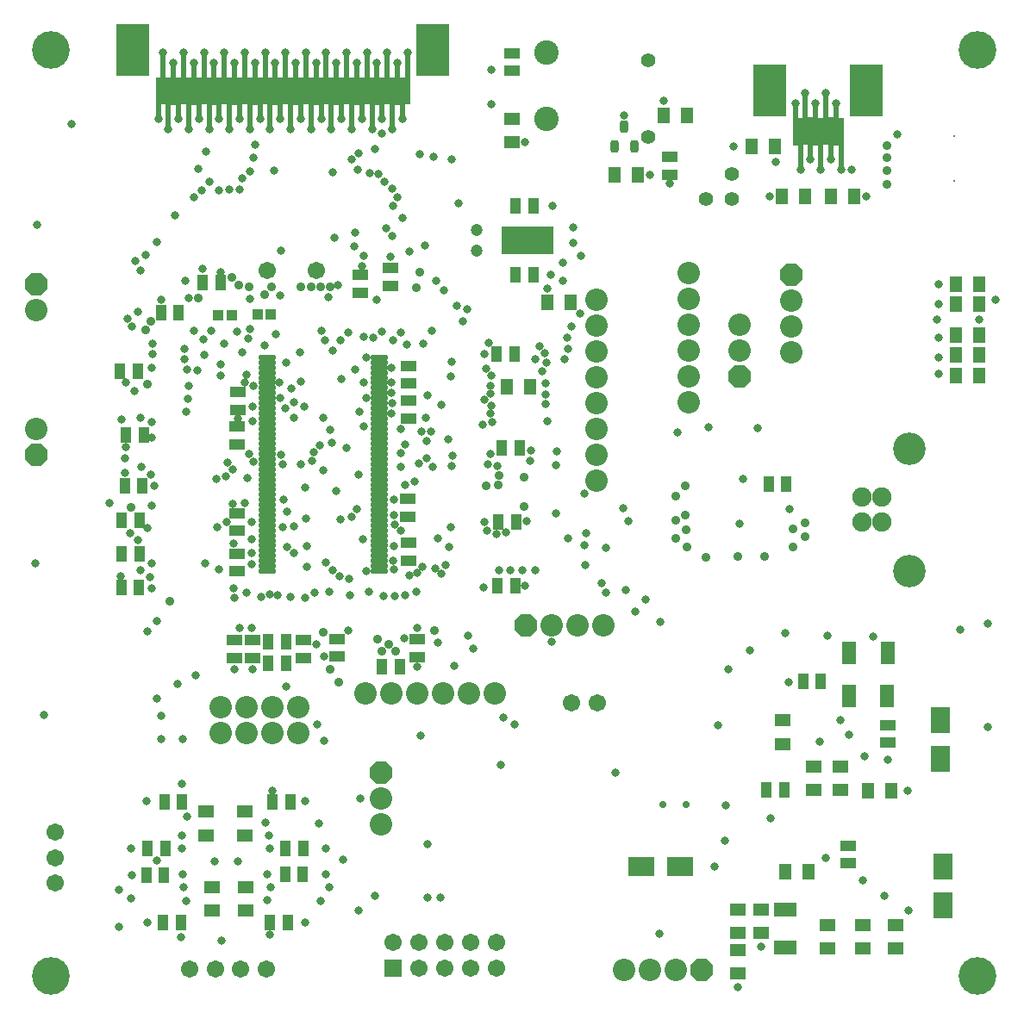
<source format=gbs>
G04 Layer_Color=16711935*
%FSLAX43Y43*%
%MOMM*%
G71*
G01*
G75*
%ADD74R,1.203X1.503*%
%ADD83R,0.503X5.203*%
%ADD84R,3.203X5.203*%
%ADD85R,0.503X4.203*%
%ADD91R,1.953X2.603*%
%ADD92R,1.053X1.603*%
%ADD93R,1.603X1.053*%
%ADD94R,1.503X1.203*%
G04:AMPARAMS|DCode=98|XSize=0.853mm|YSize=1.203mm|CornerRadius=0.264mm|HoleSize=0mm|Usage=FLASHONLY|Rotation=0.000|XOffset=0mm|YOffset=0mm|HoleType=Round|Shape=RoundedRectangle|*
%AMROUNDEDRECTD98*
21,1,0.853,0.675,0,0,0.0*
21,1,0.325,1.203,0,0,0.0*
1,1,0.528,0.163,-0.338*
1,1,0.528,-0.163,-0.338*
1,1,0.528,-0.163,0.338*
1,1,0.528,0.163,0.338*
%
%ADD98ROUNDEDRECTD98*%
%ADD101C,1.703*%
%ADD102C,0.903*%
%ADD103C,2.203*%
%ADD104C,1.403*%
%ADD105R,1.703X1.703*%
%ADD106P,2.385X8X112.5*%
%ADD107C,2.403*%
%ADD108P,2.385X8X22.5*%
%ADD109C,1.903*%
%ADD110C,3.203*%
%ADD111C,0.303*%
%ADD112C,1.203*%
%ADD113C,0.803*%
%ADD114C,3.703*%
%ADD115C,0.703*%
%ADD116R,2.203X1.453*%
%ADD117O,1.803X0.503*%
%ADD118R,1.453X2.203*%
%ADD119R,2.603X1.953*%
%ADD120R,5.203X2.703*%
%ADD121R,1.003X1.103*%
D74*
X115200Y164550D02*
D03*
X117500D02*
D03*
X99750Y137925D02*
D03*
X102050D02*
D03*
X133875Y156600D02*
D03*
X131575D02*
D03*
X126800D02*
D03*
X129100D02*
D03*
X143850Y143000D02*
D03*
X146150D02*
D03*
X143850Y139000D02*
D03*
X146150D02*
D03*
X143850Y141000D02*
D03*
X146150D02*
D03*
Y148000D02*
D03*
X143850D02*
D03*
Y146000D02*
D03*
X146150D02*
D03*
X129400Y90250D02*
D03*
X127100D02*
D03*
X137525Y98225D02*
D03*
X135225D02*
D03*
X112675Y158725D02*
D03*
X110375Y158725D02*
D03*
X103725Y146225D02*
D03*
X106025D02*
D03*
X126125Y161550D02*
D03*
X123825D02*
D03*
D83*
X132600Y161750D02*
D03*
X131100Y164250D02*
D03*
X130600Y161750D02*
D03*
X129100Y164250D02*
D03*
X128600Y161750D02*
D03*
X70025Y168225D02*
D03*
X74025D02*
D03*
X72525Y165725D02*
D03*
X70525D02*
D03*
X68525D02*
D03*
X68025Y168225D02*
D03*
X66525Y165725D02*
D03*
X66025Y168225D02*
D03*
X72025D02*
D03*
X76025D02*
D03*
X76525Y165725D02*
D03*
X74525D02*
D03*
X78025Y168225D02*
D03*
X78525Y165725D02*
D03*
X80525D02*
D03*
X80025Y168225D02*
D03*
X82025D02*
D03*
X82525Y165725D02*
D03*
X84025Y168225D02*
D03*
X84525Y165725D02*
D03*
X86025Y168225D02*
D03*
X86525Y165725D02*
D03*
X88025Y168225D02*
D03*
X88525Y165725D02*
D03*
X90025Y168225D02*
D03*
D84*
X125600Y167000D02*
D03*
X135100D02*
D03*
X92525Y170975D02*
D03*
X63025D02*
D03*
D85*
X128100Y163750D02*
D03*
X132100D02*
D03*
X131600Y162250D02*
D03*
X130100Y163750D02*
D03*
X129600Y162250D02*
D03*
X89525Y166225D02*
D03*
X89025Y167725D02*
D03*
X87525Y166225D02*
D03*
X87025Y167725D02*
D03*
X85525Y166225D02*
D03*
X85025Y167725D02*
D03*
X83525Y166225D02*
D03*
X83025Y167725D02*
D03*
X81025D02*
D03*
X81525Y166225D02*
D03*
X79525D02*
D03*
X77525D02*
D03*
X79025Y167725D02*
D03*
X77025D02*
D03*
X75025D02*
D03*
X75525Y166225D02*
D03*
X73525D02*
D03*
X73025Y167725D02*
D03*
X71525Y166225D02*
D03*
X71025Y167725D02*
D03*
X69025D02*
D03*
X69525Y166225D02*
D03*
X65525D02*
D03*
X67025Y167725D02*
D03*
X67525Y166225D02*
D03*
D91*
X142600Y90725D02*
D03*
Y86925D02*
D03*
X142400Y105100D02*
D03*
Y101300D02*
D03*
D92*
X67875Y97100D02*
D03*
X66125D02*
D03*
X63675Y124825D02*
D03*
X61925D02*
D03*
X87500Y110425D02*
D03*
X89250D02*
D03*
X127225Y128325D02*
D03*
X125475D02*
D03*
X69875Y148175D02*
D03*
X71625D02*
D03*
X65800Y145225D02*
D03*
X67550D02*
D03*
X61750Y139400D02*
D03*
X63500Y139400D02*
D03*
X62350Y133150D02*
D03*
X64100D02*
D03*
X61925Y121475D02*
D03*
X63675D02*
D03*
X63650Y118150D02*
D03*
X61900D02*
D03*
X100575Y118375D02*
D03*
X98825D02*
D03*
X100700Y124625D02*
D03*
X98950D02*
D03*
X101025Y131925D02*
D03*
X99275D02*
D03*
X100525Y141150D02*
D03*
X98775D02*
D03*
X100625Y148900D02*
D03*
X102375D02*
D03*
X100625Y155700D02*
D03*
X102375D02*
D03*
X128875Y108975D02*
D03*
X130625D02*
D03*
X125275Y98250D02*
D03*
X127025D02*
D03*
X78225Y85250D02*
D03*
X76475D02*
D03*
X77975Y90025D02*
D03*
X79725D02*
D03*
X78000Y92550D02*
D03*
X79750D02*
D03*
X62225Y128150D02*
D03*
X63975Y128150D02*
D03*
X78100Y110700D02*
D03*
X76350D02*
D03*
X78100Y112847D02*
D03*
X76350D02*
D03*
X64475Y92550D02*
D03*
X66225D02*
D03*
X64350Y89928D02*
D03*
X66100D02*
D03*
X67750Y85250D02*
D03*
X66000D02*
D03*
X76750Y97125D02*
D03*
X78500D02*
D03*
D93*
X73297Y125493D02*
D03*
Y123743D02*
D03*
X90072Y125143D02*
D03*
X90072Y126893D02*
D03*
X73300Y132250D02*
D03*
X73300Y134000D02*
D03*
X73322Y137393D02*
D03*
X73322Y135643D02*
D03*
X73297Y119768D02*
D03*
X73297Y121518D02*
D03*
X90131Y139968D02*
D03*
X90131Y138218D02*
D03*
X90119Y136525D02*
D03*
X90119Y134775D02*
D03*
X90122Y122593D02*
D03*
X90122Y120843D02*
D03*
X88350Y147825D02*
D03*
Y149575D02*
D03*
X85400Y148875D02*
D03*
X85400Y147125D02*
D03*
X73000Y113025D02*
D03*
Y111275D02*
D03*
X74825D02*
D03*
Y113025D02*
D03*
X79750Y111275D02*
D03*
Y113025D02*
D03*
X83100Y111375D02*
D03*
Y113125D02*
D03*
X137225Y104650D02*
D03*
Y102900D02*
D03*
X133300Y91050D02*
D03*
Y92800D02*
D03*
X100275Y168950D02*
D03*
X100275Y170700D02*
D03*
X115750Y160475D02*
D03*
Y158725D02*
D03*
X91000Y113100D02*
D03*
Y111350D02*
D03*
D94*
X131275Y82725D02*
D03*
Y85025D02*
D03*
X132575Y98250D02*
D03*
Y100550D02*
D03*
X126900Y102800D02*
D03*
Y105100D02*
D03*
X100275Y161975D02*
D03*
Y164275D02*
D03*
X134725Y82700D02*
D03*
Y85000D02*
D03*
X129900Y98250D02*
D03*
Y100550D02*
D03*
X137975Y84975D02*
D03*
Y82675D02*
D03*
X70850Y88750D02*
D03*
Y86450D02*
D03*
X74100D02*
D03*
Y88750D02*
D03*
X74025Y93825D02*
D03*
Y96125D02*
D03*
X70225D02*
D03*
Y93825D02*
D03*
X122425Y84225D02*
D03*
Y86525D02*
D03*
X124748Y84250D02*
D03*
Y86550D02*
D03*
X122450Y82550D02*
D03*
Y80250D02*
D03*
D98*
X111325Y163500D02*
D03*
X110375Y161500D02*
D03*
X112275D02*
D03*
D101*
X76200Y149300D02*
D03*
X81080D02*
D03*
X108650Y106875D02*
D03*
X106150D02*
D03*
X88570Y83270D02*
D03*
X91110Y80730D02*
D03*
Y83270D02*
D03*
X93650Y80730D02*
D03*
Y83270D02*
D03*
X96190Y80730D02*
D03*
X96190Y83270D02*
D03*
X98730Y80730D02*
D03*
X98730Y83270D02*
D03*
X76150Y80650D02*
D03*
X73650D02*
D03*
X71150D02*
D03*
X68650D02*
D03*
X55425Y89100D02*
D03*
Y91600D02*
D03*
Y94100D02*
D03*
D102*
X69500Y146600D02*
D03*
X76675Y147750D02*
D03*
X64775Y144325D02*
D03*
X64300Y143500D02*
D03*
X117450Y122200D02*
D03*
X116375Y123000D02*
D03*
X127850Y122200D02*
D03*
X129025Y123200D02*
D03*
X127875Y123900D02*
D03*
X117350Y123875D02*
D03*
X116350Y124750D02*
D03*
X117300Y125275D02*
D03*
X64450Y138200D02*
D03*
X62875Y126075D02*
D03*
X99050Y129225D02*
D03*
X97775Y128175D02*
D03*
X129050Y124550D02*
D03*
X117275Y128200D02*
D03*
X116375Y127150D02*
D03*
X82450Y147725D02*
D03*
X81492D02*
D03*
X80533D02*
D03*
X79575D02*
D03*
X74425D02*
D03*
X73425Y147925D02*
D03*
X72800Y148650D02*
D03*
X87050Y113125D02*
D03*
X87475Y111925D02*
D03*
X88175Y112550D02*
D03*
X88825Y111925D02*
D03*
X92650Y113975D02*
D03*
X75975Y146925D02*
D03*
X90850Y147650D02*
D03*
X66650Y116850D02*
D03*
X101500Y126150D02*
D03*
X81700Y113750D02*
D03*
X101425Y129025D02*
D03*
X91200Y149175D02*
D03*
X82425Y110100D02*
D03*
X83225Y108900D02*
D03*
X125075Y121250D02*
D03*
X122475D02*
D03*
X119350Y121125D02*
D03*
X137125Y157825D02*
D03*
X137103Y159200D02*
D03*
Y160400D02*
D03*
Y161625D02*
D03*
X98925Y128250D02*
D03*
D103*
X71642Y106422D02*
D03*
X71642Y103882D02*
D03*
X74182Y103882D02*
D03*
X74182Y106422D02*
D03*
X76722Y103882D02*
D03*
Y106422D02*
D03*
X79262Y103882D02*
D03*
Y106422D02*
D03*
X98625Y107725D02*
D03*
X96085D02*
D03*
X93545D02*
D03*
X91005D02*
D03*
X88465D02*
D03*
X85925D02*
D03*
X108600Y146500D02*
D03*
Y143960D02*
D03*
Y141420D02*
D03*
Y138880D02*
D03*
Y136340D02*
D03*
Y133800D02*
D03*
Y131260D02*
D03*
Y128720D02*
D03*
X53575Y133745D02*
D03*
X53575Y145455D02*
D03*
X122625Y143965D02*
D03*
Y141425D02*
D03*
X117650Y136375D02*
D03*
Y138915D02*
D03*
Y141455D02*
D03*
Y143995D02*
D03*
Y146535D02*
D03*
Y149075D02*
D03*
X116345Y80575D02*
D03*
X113805D02*
D03*
X111265D02*
D03*
X127750Y146395D02*
D03*
Y143855D02*
D03*
Y141315D02*
D03*
X87375Y94900D02*
D03*
Y97440D02*
D03*
X109285Y114425D02*
D03*
X106745D02*
D03*
X104205D02*
D03*
D104*
X113625Y162425D02*
D03*
Y170025D02*
D03*
X119350Y156325D02*
D03*
X121850D02*
D03*
Y158825D02*
D03*
D105*
X88570Y80730D02*
D03*
D106*
X53575Y131205D02*
D03*
X53575Y147995D02*
D03*
X122625Y138885D02*
D03*
X127750Y148935D02*
D03*
X87375Y99980D02*
D03*
D107*
X103625Y170725D02*
D03*
Y164225D02*
D03*
D108*
X118885Y80575D02*
D03*
X101665Y114425D02*
D03*
D109*
X134625Y127075D02*
D03*
X136615Y124575D02*
D03*
X134625D02*
D03*
X136615Y127075D02*
D03*
D110*
X139325Y131845D02*
D03*
Y119805D02*
D03*
D111*
X143738Y162562D02*
D03*
X143738Y158125D02*
D03*
D112*
X96825Y151275D02*
D03*
Y153275D02*
D03*
D113*
X67875Y98850D02*
D03*
X98125Y135250D02*
D03*
X107000Y145075D02*
D03*
X105450Y140600D02*
D03*
X105800Y141600D02*
D03*
X105725Y142725D02*
D03*
X103600Y138275D02*
D03*
X102975Y141850D02*
D03*
X103625Y140250D02*
D03*
X103275Y139450D02*
D03*
X106100Y143825D02*
D03*
X105300Y148300D02*
D03*
X103750Y147550D02*
D03*
X105300Y150100D02*
D03*
X111200Y125950D02*
D03*
X89525Y154500D02*
D03*
X104575Y130225D02*
D03*
X107350Y127400D02*
D03*
X63275Y150250D02*
D03*
X63800Y134900D02*
D03*
X130100Y165750D02*
D03*
X129600Y160250D02*
D03*
X128100Y165750D02*
D03*
X131100Y166750D02*
D03*
X129100D02*
D03*
X130600Y159250D02*
D03*
X131600Y160250D02*
D03*
X132600Y159250D02*
D03*
X132100Y165750D02*
D03*
X89525Y164225D02*
D03*
X87525D02*
D03*
X85525D02*
D03*
X66525Y163225D02*
D03*
X66025Y170725D02*
D03*
X65525Y164225D02*
D03*
X68525Y163225D02*
D03*
X70525D02*
D03*
X72525D02*
D03*
X74525D02*
D03*
X76525D02*
D03*
X78525D02*
D03*
X80525D02*
D03*
X82525D02*
D03*
X84525D02*
D03*
X86525D02*
D03*
X88525D02*
D03*
X68025Y170725D02*
D03*
X70025D02*
D03*
X72025D02*
D03*
X74025D02*
D03*
X76025D02*
D03*
X78025D02*
D03*
X80025D02*
D03*
X82025D02*
D03*
X84025D02*
D03*
X86025D02*
D03*
X88025D02*
D03*
X90025D02*
D03*
X67025Y169725D02*
D03*
X67525Y164225D02*
D03*
X69525D02*
D03*
X71525D02*
D03*
X73525D02*
D03*
X75525D02*
D03*
X77525D02*
D03*
X79525D02*
D03*
X81525D02*
D03*
X83525D02*
D03*
X69025Y169725D02*
D03*
X71025D02*
D03*
X73025D02*
D03*
X75025D02*
D03*
X77025D02*
D03*
X79025D02*
D03*
X81025D02*
D03*
X83025D02*
D03*
X85025D02*
D03*
X87025D02*
D03*
X89025D02*
D03*
X63200Y137475D02*
D03*
X89675Y113150D02*
D03*
X98175Y131300D02*
D03*
X134875Y101575D02*
D03*
X74825Y110150D02*
D03*
X116575Y133450D02*
D03*
X138125Y162675D02*
D03*
X122950Y128825D02*
D03*
X119600Y133900D02*
D03*
X103525Y141175D02*
D03*
X98000Y142200D02*
D03*
X102600Y140600D02*
D03*
X53425Y120525D02*
D03*
X60750Y126475D02*
D03*
X53650Y153825D02*
D03*
X62350Y138300D02*
D03*
X62225Y130875D02*
D03*
X62350Y131950D02*
D03*
X62225Y129425D02*
D03*
X61875Y119250D02*
D03*
X113425Y116975D02*
D03*
X77100Y143100D02*
D03*
X70700Y143450D02*
D03*
X71625Y149200D02*
D03*
X77775Y130325D02*
D03*
X77551Y131225D02*
D03*
X74425Y131300D02*
D03*
X74900Y130525D02*
D03*
X124375Y133850D02*
D03*
X127525Y125850D02*
D03*
X91500Y120250D02*
D03*
X72972Y118093D02*
D03*
X72997Y117147D02*
D03*
X83325Y119250D02*
D03*
X80900Y117700D02*
D03*
X93325Y136100D02*
D03*
X115175Y166000D02*
D03*
X106250Y153575D02*
D03*
X115750Y157850D02*
D03*
X113825Y158725D02*
D03*
X111325Y164575D02*
D03*
X103600Y137150D02*
D03*
Y136200D02*
D03*
X107025Y150775D02*
D03*
X103750Y134500D02*
D03*
X106250Y152075D02*
D03*
X84825Y151700D02*
D03*
X75025Y161700D02*
D03*
X77497Y146903D02*
D03*
X84175Y113975D02*
D03*
X77400Y138293D02*
D03*
X71625Y140100D02*
D03*
X84275Y119025D02*
D03*
X74200Y117675D02*
D03*
X85972Y119793D02*
D03*
X85201Y129275D02*
D03*
X90697Y128568D02*
D03*
X89326Y131400D02*
D03*
X93988Y132743D02*
D03*
X92850Y148350D02*
D03*
X93575Y147375D02*
D03*
X95900Y145550D02*
D03*
X94825Y145850D02*
D03*
X95425Y144375D02*
D03*
X102550Y119875D02*
D03*
X104575Y125475D02*
D03*
X97750Y139700D02*
D03*
X98250Y139050D02*
D03*
X95025Y155900D02*
D03*
X101300Y119875D02*
D03*
X98975Y119850D02*
D03*
X97468Y118143D02*
D03*
X99725Y123575D02*
D03*
X97825Y123800D02*
D03*
X71750Y83450D02*
D03*
X82325Y88725D02*
D03*
X65400Y91300D02*
D03*
X83650Y91425D02*
D03*
X61650Y84825D02*
D03*
Y88475D02*
D03*
X76500Y84075D02*
D03*
X67925Y103275D02*
D03*
X65850Y103250D02*
D03*
X64450Y113875D02*
D03*
X65000Y142150D02*
D03*
X68100Y141650D02*
D03*
X65007Y141143D02*
D03*
X68125Y140650D02*
D03*
X62900Y143825D02*
D03*
X54275Y105675D02*
D03*
X64875Y139800D02*
D03*
X65800Y146425D02*
D03*
X121500Y110100D02*
D03*
X123650Y111975D02*
D03*
X120475Y104675D02*
D03*
X78575Y137750D02*
D03*
X79525Y138375D02*
D03*
X77501Y136825D02*
D03*
X68247Y135443D02*
D03*
X64275Y150825D02*
D03*
X88550Y157375D02*
D03*
X88625Y155650D02*
D03*
X91700Y151800D02*
D03*
X89000Y156525D02*
D03*
X76950Y159200D02*
D03*
X88775Y124400D02*
D03*
X89325Y123750D02*
D03*
X85622Y122918D02*
D03*
X81975Y120625D02*
D03*
X80150Y120250D02*
D03*
X82675Y141500D02*
D03*
X78150Y125650D02*
D03*
X80025Y124925D02*
D03*
X72929Y122481D02*
D03*
X72275Y124625D02*
D03*
X72850Y129775D02*
D03*
X74275Y128900D02*
D03*
X72300Y130475D02*
D03*
X79425Y141318D02*
D03*
X78054Y140257D02*
D03*
X81725Y129725D02*
D03*
X92325Y133525D02*
D03*
X91975Y137025D02*
D03*
X89385Y130031D02*
D03*
X84025Y131890D02*
D03*
X133400Y103700D02*
D03*
X125600Y156600D02*
D03*
X135100D02*
D03*
X90200Y151200D02*
D03*
X104100Y148900D02*
D03*
X104300Y155700D02*
D03*
X96500Y112200D02*
D03*
X96000Y113400D02*
D03*
X109100Y118600D02*
D03*
X107500Y120400D02*
D03*
X107400Y122300D02*
D03*
X142000Y144500D02*
D03*
X147800Y146500D02*
D03*
X102075Y130650D02*
D03*
X82700Y159000D02*
D03*
X69050Y156575D02*
D03*
X61900Y134700D02*
D03*
X65400Y152100D02*
D03*
X120175Y90775D02*
D03*
X139250Y86425D02*
D03*
X114775Y84175D02*
D03*
X132550Y105125D02*
D03*
X137225Y101250D02*
D03*
X139125Y98225D02*
D03*
X134775Y89425D02*
D03*
X136875Y87875D02*
D03*
X62550Y144600D02*
D03*
X63750Y149325D02*
D03*
X63550Y145275D02*
D03*
X72025Y142150D02*
D03*
X70200Y161050D02*
D03*
X85750Y150800D02*
D03*
X67200Y154750D02*
D03*
X69500Y159350D02*
D03*
X82800Y152550D02*
D03*
X87705Y117306D02*
D03*
X74888Y160412D02*
D03*
X72525Y157300D02*
D03*
X84900Y153100D02*
D03*
X69800Y157250D02*
D03*
X68150Y148350D02*
D03*
X86300Y158900D02*
D03*
X97600Y141150D02*
D03*
X70600Y158025D02*
D03*
X71475Y157250D02*
D03*
X74575Y159100D02*
D03*
X73750Y158425D02*
D03*
X73525Y157300D02*
D03*
X87875Y153450D02*
D03*
X88475Y152700D02*
D03*
X87150Y158850D02*
D03*
X87775Y158075D02*
D03*
X77625Y151275D02*
D03*
X101700Y124700D02*
D03*
X88375Y150650D02*
D03*
X85550Y149775D02*
D03*
X69875Y149500D02*
D03*
X81850Y111375D02*
D03*
X91000Y110425D02*
D03*
X102150Y131625D02*
D03*
X79950Y97150D02*
D03*
X82025Y90025D02*
D03*
X92005Y87710D02*
D03*
X93275Y87690D02*
D03*
X86835Y87880D02*
D03*
X64450Y85250D02*
D03*
X64400Y97150D02*
D03*
X81700Y134900D02*
D03*
X88650Y122250D02*
D03*
X91900Y132550D02*
D03*
X91800Y134900D02*
D03*
X89350Y133800D02*
D03*
X84875Y139594D02*
D03*
X85275Y135450D02*
D03*
X83475Y138650D02*
D03*
X88450Y137300D02*
D03*
X88525Y136300D02*
D03*
X74675Y122900D02*
D03*
X85725Y138325D02*
D03*
X88400Y138318D02*
D03*
X85750Y134000D02*
D03*
X89800Y117450D02*
D03*
X72850Y126400D02*
D03*
X72175Y129100D02*
D03*
X78000Y135750D02*
D03*
X79900Y135925D02*
D03*
X78825Y134900D02*
D03*
X78850Y136425D02*
D03*
X74072Y138318D02*
D03*
X68447Y136693D02*
D03*
X68500Y146600D02*
D03*
X97575Y124650D02*
D03*
X74672Y121543D02*
D03*
X74822Y135968D02*
D03*
X75997Y141993D02*
D03*
X70000Y142600D02*
D03*
X89797Y128218D02*
D03*
X93322Y119543D02*
D03*
X69347Y139518D02*
D03*
X74847Y137993D02*
D03*
X74747Y124618D02*
D03*
X91897Y130868D02*
D03*
X92997Y122993D02*
D03*
X92397Y143393D02*
D03*
X76447Y117543D02*
D03*
X64875Y118125D02*
D03*
X74175Y139075D02*
D03*
X88650Y126793D02*
D03*
X83400Y142450D02*
D03*
X84225Y143225D02*
D03*
X92451Y130000D02*
D03*
X89772Y132268D02*
D03*
X91347Y133543D02*
D03*
X91097Y130368D02*
D03*
X88650Y125300D02*
D03*
X88600Y120800D02*
D03*
X74772Y134518D02*
D03*
X73322Y134797D02*
D03*
X86997Y146472D02*
D03*
X88425Y139800D02*
D03*
X91522Y142118D02*
D03*
X82650Y119900D02*
D03*
X88425Y135300D02*
D03*
X90997Y114228D02*
D03*
X83026Y127650D02*
D03*
X85025Y125850D02*
D03*
X80775Y131500D02*
D03*
X79525Y130325D02*
D03*
X84500Y125100D02*
D03*
X83400Y124840D02*
D03*
X71450Y120000D02*
D03*
X70172Y120525D02*
D03*
X82375Y133650D02*
D03*
X82625Y132400D02*
D03*
X81375Y132150D02*
D03*
X74050Y126450D02*
D03*
X80600Y130600D02*
D03*
X82300Y117725D02*
D03*
X80100Y122225D02*
D03*
X78850Y121525D02*
D03*
X78175Y122175D02*
D03*
X68500Y138025D02*
D03*
X70025Y141075D02*
D03*
X73800Y141290D02*
D03*
X71650Y139000D02*
D03*
X68997Y143453D02*
D03*
X94232Y124143D02*
D03*
X94443Y131143D02*
D03*
X94325Y140350D02*
D03*
X81925Y142500D02*
D03*
X81575Y143400D02*
D03*
X68318Y139643D02*
D03*
X77275Y117425D02*
D03*
X79997Y117203D02*
D03*
X86007Y136793D02*
D03*
X80000Y127975D02*
D03*
X77854Y126806D02*
D03*
X78875Y124175D02*
D03*
X77750Y124100D02*
D03*
X146150Y144500D02*
D03*
X142175Y148000D02*
D03*
X142150Y146050D02*
D03*
Y142725D02*
D03*
X142175Y140800D02*
D03*
X142150Y139200D02*
D03*
X73000Y110175D02*
D03*
X110475Y99975D02*
D03*
X81975Y92550D02*
D03*
X79975Y85250D02*
D03*
X101575Y161975D02*
D03*
X133600Y159250D02*
D03*
X127475Y108875D02*
D03*
X127125Y113675D02*
D03*
X130525Y103050D02*
D03*
X147025Y104450D02*
D03*
X146975Y114650D02*
D03*
X73497Y114178D02*
D03*
X92975Y112725D02*
D03*
X94625Y110450D02*
D03*
X86775Y161250D02*
D03*
X92575Y160500D02*
D03*
X85125Y159225D02*
D03*
X94075Y122150D02*
D03*
X90201Y119324D02*
D03*
X90900Y117750D02*
D03*
X90997Y119593D02*
D03*
X88650Y119975D02*
D03*
X86225Y117750D02*
D03*
X93772Y120393D02*
D03*
X92705Y120031D02*
D03*
X64850Y126250D02*
D03*
X83200Y147900D02*
D03*
X82275Y146725D02*
D03*
X122650Y124450D02*
D03*
X89925Y142050D02*
D03*
X89325Y143250D02*
D03*
X88600Y142475D02*
D03*
X94325Y130150D02*
D03*
X97900Y130300D02*
D03*
X88800Y117350D02*
D03*
X74750Y114175D02*
D03*
X78075Y108450D02*
D03*
X81125Y104725D02*
D03*
X81825Y103125D02*
D03*
X75625Y117275D02*
D03*
X78500Y117250D02*
D03*
X81025Y112625D02*
D03*
X73275Y143300D02*
D03*
X74350Y142675D02*
D03*
X74575Y143575D02*
D03*
X64875Y132875D02*
D03*
X64925Y134425D02*
D03*
X64825Y129300D02*
D03*
X65107Y128143D02*
D03*
X63850Y130000D02*
D03*
X84325Y117425D02*
D03*
X94225Y138900D02*
D03*
X131100Y91575D02*
D03*
X85932Y140793D02*
D03*
X85675Y142850D02*
D03*
X86675Y142775D02*
D03*
X87500Y143325D02*
D03*
X74725Y120500D02*
D03*
X64900Y120575D02*
D03*
X63800Y119900D02*
D03*
X64725Y119175D02*
D03*
X71300Y124075D02*
D03*
X71200Y128850D02*
D03*
X74525Y146575D02*
D03*
X64475Y124025D02*
D03*
X62800Y123525D02*
D03*
X63550Y122825D02*
D03*
X98750Y123425D02*
D03*
X100100Y119850D02*
D03*
X112375Y115850D02*
D03*
X114875Y114825D02*
D03*
X135750Y113325D02*
D03*
X144325Y114000D02*
D03*
X131250Y113475D02*
D03*
X125650Y95475D02*
D03*
X109475Y122075D02*
D03*
X105750Y123000D02*
D03*
X107575Y123550D02*
D03*
X104700Y131525D02*
D03*
X121250Y96775D02*
D03*
X121225Y93275D02*
D03*
X98200Y138025D02*
D03*
X97550Y136675D02*
D03*
X98175Y137200D02*
D03*
X97425Y134150D02*
D03*
X98325Y134475D02*
D03*
X98255Y136007D02*
D03*
X67825Y93825D02*
D03*
X67850Y92550D02*
D03*
X62850Y92525D02*
D03*
X67950Y89975D02*
D03*
X62900Y89900D02*
D03*
X62875Y87575D02*
D03*
X68025Y88725D02*
D03*
X67725Y83825D02*
D03*
X68300Y87375D02*
D03*
X71075Y91275D02*
D03*
X73375D02*
D03*
X76750Y98225D02*
D03*
X76225Y87450D02*
D03*
X76575Y88725D02*
D03*
X81475Y87350D02*
D03*
X76400Y93825D02*
D03*
X76025Y95075D02*
D03*
X81275Y94950D02*
D03*
X92000Y92950D02*
D03*
X65375Y114850D02*
D03*
X69200Y109575D02*
D03*
X67400Y108725D02*
D03*
X65850Y105575D02*
D03*
X65400Y107250D02*
D03*
X99175Y100775D02*
D03*
X85400Y97400D02*
D03*
X91325Y103625D02*
D03*
X85225Y86450D02*
D03*
X76525Y92550D02*
D03*
X76200Y90000D02*
D03*
X68325Y95675D02*
D03*
X101575Y118350D02*
D03*
X98800Y130125D02*
D03*
X111750Y124725D02*
D03*
X111450Y117900D02*
D03*
X109500Y117650D02*
D03*
X104175Y112825D02*
D03*
X99429Y105379D02*
D03*
X100525Y104725D02*
D03*
X57050Y163725D02*
D03*
X98275Y169050D02*
D03*
Y165650D02*
D03*
X94375Y160250D02*
D03*
X87500Y162800D02*
D03*
X84525Y160225D02*
D03*
X85250Y160825D02*
D03*
X91250Y160800D02*
D03*
X128600Y159250D02*
D03*
X126175Y160025D02*
D03*
X122025Y161550D02*
D03*
X124750Y82875D02*
D03*
X122450Y78875D02*
D03*
D114*
X55000Y171000D02*
D03*
X146000D02*
D03*
Y80000D02*
D03*
X55000D02*
D03*
D115*
X115075Y96875D02*
D03*
X117375D02*
D03*
D116*
X127100Y82750D02*
D03*
Y86500D02*
D03*
D117*
X87247Y140793D02*
D03*
Y140293D02*
D03*
Y139793D02*
D03*
Y139293D02*
D03*
Y138793D02*
D03*
Y138293D02*
D03*
Y137793D02*
D03*
Y137293D02*
D03*
Y136793D02*
D03*
Y136293D02*
D03*
Y135793D02*
D03*
Y135293D02*
D03*
Y134793D02*
D03*
Y134293D02*
D03*
Y133793D02*
D03*
Y133293D02*
D03*
Y132793D02*
D03*
Y132293D02*
D03*
Y131793D02*
D03*
Y131293D02*
D03*
Y130793D02*
D03*
Y130293D02*
D03*
Y129793D02*
D03*
Y129293D02*
D03*
Y128793D02*
D03*
Y128293D02*
D03*
Y127793D02*
D03*
Y127293D02*
D03*
Y126793D02*
D03*
Y126293D02*
D03*
Y125793D02*
D03*
Y125293D02*
D03*
Y124793D02*
D03*
Y124293D02*
D03*
Y123793D02*
D03*
Y123293D02*
D03*
Y122793D02*
D03*
Y122293D02*
D03*
Y121793D02*
D03*
Y121293D02*
D03*
Y120793D02*
D03*
Y120293D02*
D03*
Y119793D02*
D03*
X76247Y140793D02*
D03*
Y140293D02*
D03*
Y139793D02*
D03*
Y139293D02*
D03*
Y138793D02*
D03*
Y138293D02*
D03*
Y137793D02*
D03*
Y137293D02*
D03*
Y136793D02*
D03*
Y136293D02*
D03*
Y135793D02*
D03*
Y135293D02*
D03*
Y134793D02*
D03*
Y134293D02*
D03*
Y133793D02*
D03*
Y133293D02*
D03*
Y132793D02*
D03*
Y132293D02*
D03*
Y131793D02*
D03*
Y131293D02*
D03*
Y130793D02*
D03*
Y130293D02*
D03*
Y129793D02*
D03*
Y129293D02*
D03*
Y128793D02*
D03*
Y128293D02*
D03*
Y127793D02*
D03*
Y127293D02*
D03*
Y126793D02*
D03*
Y126293D02*
D03*
Y125793D02*
D03*
Y125293D02*
D03*
Y124793D02*
D03*
Y124293D02*
D03*
Y123793D02*
D03*
Y123293D02*
D03*
Y122793D02*
D03*
Y122293D02*
D03*
Y121793D02*
D03*
Y121293D02*
D03*
Y120793D02*
D03*
Y120293D02*
D03*
Y119793D02*
D03*
D118*
X137175Y111775D02*
D03*
X133425D02*
D03*
X133400Y107500D02*
D03*
X137150D02*
D03*
D119*
X113000Y90781D02*
D03*
X116800D02*
D03*
D120*
X101825Y152275D02*
D03*
D121*
X76600Y145000D02*
D03*
X75300D02*
D03*
X71425Y144975D02*
D03*
X72725D02*
D03*
M02*

</source>
